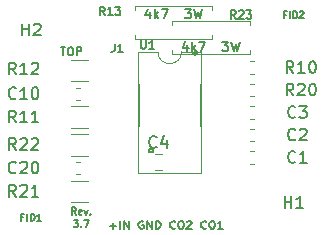
<source format=gto>
G04 #@! TF.GenerationSoftware,KiCad,Pcbnew,(5.1.6-0-10_14)*
G04 #@! TF.CreationDate,2021-08-16T12:25:55+01:00*
G04 #@! TF.ProjectId,VR-Conditioner-MAX9926+reg,56522d43-6f6e-4646-9974-696f6e65722d,3.7*
G04 #@! TF.SameCoordinates,PX68c4118PY713e7a8*
G04 #@! TF.FileFunction,Legend,Top*
G04 #@! TF.FilePolarity,Positive*
%FSLAX46Y46*%
G04 Gerber Fmt 4.6, Leading zero omitted, Abs format (unit mm)*
G04 Created by KiCad (PCBNEW (5.1.6-0-10_14)) date 2021-08-16 12:25:55*
%MOMM*%
%LPD*%
G01*
G04 APERTURE LIST*
%ADD10C,0.150000*%
%ADD11C,0.120000*%
%ADD12C,0.152400*%
G04 APERTURE END LIST*
D10*
X7933333Y3107143D02*
X8466666Y3107143D01*
X8200000Y2878572D02*
X8200000Y3335715D01*
X8800000Y2878572D02*
X8800000Y3478572D01*
X9133333Y2878572D02*
X9133333Y3478572D01*
X9533333Y2878572D01*
X9533333Y3478572D01*
X10766666Y3450000D02*
X10700000Y3478572D01*
X10600000Y3478572D01*
X10500000Y3450000D01*
X10433333Y3392858D01*
X10400000Y3335715D01*
X10366666Y3221429D01*
X10366666Y3135715D01*
X10400000Y3021429D01*
X10433333Y2964286D01*
X10500000Y2907143D01*
X10600000Y2878572D01*
X10666666Y2878572D01*
X10766666Y2907143D01*
X10800000Y2935715D01*
X10800000Y3135715D01*
X10666666Y3135715D01*
X11100000Y2878572D02*
X11100000Y3478572D01*
X11500000Y2878572D01*
X11500000Y3478572D01*
X11833333Y2878572D02*
X11833333Y3478572D01*
X12000000Y3478572D01*
X12100000Y3450000D01*
X12166666Y3392858D01*
X12200000Y3335715D01*
X12233333Y3221429D01*
X12233333Y3135715D01*
X12200000Y3021429D01*
X12166666Y2964286D01*
X12100000Y2907143D01*
X12000000Y2878572D01*
X11833333Y2878572D01*
X13466666Y2935715D02*
X13433333Y2907143D01*
X13333333Y2878572D01*
X13266666Y2878572D01*
X13166666Y2907143D01*
X13100000Y2964286D01*
X13066666Y3021429D01*
X13033333Y3135715D01*
X13033333Y3221429D01*
X13066666Y3335715D01*
X13100000Y3392858D01*
X13166666Y3450000D01*
X13266666Y3478572D01*
X13333333Y3478572D01*
X13433333Y3450000D01*
X13466666Y3421429D01*
X13900000Y3478572D02*
X14033333Y3478572D01*
X14100000Y3450000D01*
X14166666Y3392858D01*
X14200000Y3278572D01*
X14200000Y3078572D01*
X14166666Y2964286D01*
X14100000Y2907143D01*
X14033333Y2878572D01*
X13900000Y2878572D01*
X13833333Y2907143D01*
X13766666Y2964286D01*
X13733333Y3078572D01*
X13733333Y3278572D01*
X13766666Y3392858D01*
X13833333Y3450000D01*
X13900000Y3478572D01*
X14466666Y3421429D02*
X14500000Y3450000D01*
X14566666Y3478572D01*
X14733333Y3478572D01*
X14800000Y3450000D01*
X14833333Y3421429D01*
X14866666Y3364286D01*
X14866666Y3307143D01*
X14833333Y3221429D01*
X14433333Y2878572D01*
X14866666Y2878572D01*
X16100000Y2935715D02*
X16066666Y2907143D01*
X15966666Y2878572D01*
X15900000Y2878572D01*
X15800000Y2907143D01*
X15733333Y2964286D01*
X15700000Y3021429D01*
X15666666Y3135715D01*
X15666666Y3221429D01*
X15700000Y3335715D01*
X15733333Y3392858D01*
X15800000Y3450000D01*
X15900000Y3478572D01*
X15966666Y3478572D01*
X16066666Y3450000D01*
X16100000Y3421429D01*
X16533333Y3478572D02*
X16666666Y3478572D01*
X16733333Y3450000D01*
X16800000Y3392858D01*
X16833333Y3278572D01*
X16833333Y3078572D01*
X16800000Y2964286D01*
X16733333Y2907143D01*
X16666666Y2878572D01*
X16533333Y2878572D01*
X16466666Y2907143D01*
X16400000Y2964286D01*
X16366666Y3078572D01*
X16366666Y3278572D01*
X16400000Y3392858D01*
X16466666Y3450000D01*
X16533333Y3478572D01*
X17500000Y2878572D02*
X17100000Y2878572D01*
X17300000Y2878572D02*
X17300000Y3478572D01*
X17233333Y3392858D01*
X17166666Y3335715D01*
X17100000Y3307143D01*
X3768333Y18233334D02*
X4168333Y18233334D01*
X3968333Y17533334D02*
X3968333Y18233334D01*
X4535000Y18233334D02*
X4668333Y18233334D01*
X4735000Y18200000D01*
X4801666Y18133334D01*
X4835000Y18000000D01*
X4835000Y17766667D01*
X4801666Y17633334D01*
X4735000Y17566667D01*
X4668333Y17533334D01*
X4535000Y17533334D01*
X4468333Y17566667D01*
X4401666Y17633334D01*
X4368333Y17766667D01*
X4368333Y18000000D01*
X4401666Y18133334D01*
X4468333Y18200000D01*
X4535000Y18233334D01*
X5135000Y17533334D02*
X5135000Y18233334D01*
X5401666Y18233334D01*
X5468333Y18200000D01*
X5501666Y18166667D01*
X5535000Y18100000D01*
X5535000Y18000000D01*
X5501666Y17933334D01*
X5468333Y17900000D01*
X5401666Y17866667D01*
X5135000Y17866667D01*
X5072142Y4063572D02*
X4872142Y4349286D01*
X4729285Y4063572D02*
X4729285Y4663572D01*
X4957857Y4663572D01*
X5015000Y4635000D01*
X5043571Y4606429D01*
X5072142Y4549286D01*
X5072142Y4463572D01*
X5043571Y4406429D01*
X5015000Y4377858D01*
X4957857Y4349286D01*
X4729285Y4349286D01*
X5557857Y4092143D02*
X5500714Y4063572D01*
X5386428Y4063572D01*
X5329285Y4092143D01*
X5300714Y4149286D01*
X5300714Y4377858D01*
X5329285Y4435000D01*
X5386428Y4463572D01*
X5500714Y4463572D01*
X5557857Y4435000D01*
X5586428Y4377858D01*
X5586428Y4320715D01*
X5300714Y4263572D01*
X5786428Y4463572D02*
X5929285Y4063572D01*
X6072142Y4463572D01*
X6300714Y4120715D02*
X6329285Y4092143D01*
X6300714Y4063572D01*
X6272142Y4092143D01*
X6300714Y4120715D01*
X6300714Y4063572D01*
X4886428Y3613572D02*
X5257857Y3613572D01*
X5057857Y3385000D01*
X5143571Y3385000D01*
X5200714Y3356429D01*
X5229285Y3327858D01*
X5257857Y3270715D01*
X5257857Y3127858D01*
X5229285Y3070715D01*
X5200714Y3042143D01*
X5143571Y3013572D01*
X4972142Y3013572D01*
X4915000Y3042143D01*
X4886428Y3070715D01*
X5515000Y3070715D02*
X5543571Y3042143D01*
X5515000Y3013572D01*
X5486428Y3042143D01*
X5515000Y3070715D01*
X5515000Y3013572D01*
X5743571Y3613572D02*
X6143571Y3613572D01*
X5886428Y3013572D01*
X14510000Y18421429D02*
X14510000Y17888096D01*
X14319523Y18726191D02*
X14129047Y18154762D01*
X14624285Y18154762D01*
X14929047Y17888096D02*
X14929047Y18688096D01*
X15005238Y18192858D02*
X15233809Y17888096D01*
X15233809Y18421429D02*
X14929047Y18116667D01*
X15500476Y18688096D02*
X16033809Y18688096D01*
X15690952Y17888096D01*
X17481428Y18688096D02*
X17976666Y18688096D01*
X17710000Y18383334D01*
X17824285Y18383334D01*
X17900476Y18345239D01*
X17938571Y18307143D01*
X17976666Y18230953D01*
X17976666Y18040477D01*
X17938571Y17964286D01*
X17900476Y17926191D01*
X17824285Y17888096D01*
X17595714Y17888096D01*
X17519523Y17926191D01*
X17481428Y17964286D01*
X18243333Y18688096D02*
X18433809Y17888096D01*
X18586190Y18459524D01*
X18738571Y17888096D01*
X18929047Y18688096D01*
X11335000Y21201429D02*
X11335000Y20668096D01*
X11144523Y21506191D02*
X10954047Y20934762D01*
X11449285Y20934762D01*
X11754047Y20668096D02*
X11754047Y21468096D01*
X11830238Y20972858D02*
X12058809Y20668096D01*
X12058809Y21201429D02*
X11754047Y20896667D01*
X12325476Y21468096D02*
X12858809Y21468096D01*
X12515952Y20668096D01*
X14306428Y21468096D02*
X14801666Y21468096D01*
X14535000Y21163334D01*
X14649285Y21163334D01*
X14725476Y21125239D01*
X14763571Y21087143D01*
X14801666Y21010953D01*
X14801666Y20820477D01*
X14763571Y20744286D01*
X14725476Y20706191D01*
X14649285Y20668096D01*
X14420714Y20668096D01*
X14344523Y20706191D01*
X14306428Y20744286D01*
X15068333Y21468096D02*
X15258809Y20668096D01*
X15411190Y21239524D01*
X15563571Y20668096D01*
X15754047Y21468096D01*
D11*
G04 #@! TO.C,C20*
X5433279Y8511000D02*
X5107721Y8511000D01*
X5433279Y7491000D02*
X5107721Y7491000D01*
G04 #@! TO.C,C10*
X5107721Y13777500D02*
X5433279Y13777500D01*
X5107721Y14797500D02*
X5433279Y14797500D01*
G04 #@! TO.C,C4*
X11806422Y7799000D02*
X12323578Y7799000D01*
X11806422Y9219000D02*
X12323578Y9219000D01*
G04 #@! TO.C,C3*
X20165279Y13210000D02*
X19839721Y13210000D01*
X20165279Y12190000D02*
X19839721Y12190000D01*
G04 #@! TO.C,C2*
X20165279Y11305000D02*
X19839721Y11305000D01*
X20165279Y10285000D02*
X19839721Y10285000D01*
G04 #@! TO.C,C1*
X20165279Y9400000D02*
X19839721Y9400000D01*
X20165279Y8380000D02*
X19839721Y8380000D01*
G04 #@! TO.C,R23*
X13240000Y20090000D02*
X13240000Y20420000D01*
X13240000Y20420000D02*
X19780000Y20420000D01*
X19780000Y20420000D02*
X19780000Y20090000D01*
X13240000Y18010000D02*
X13240000Y17680000D01*
X13240000Y17680000D02*
X19780000Y17680000D01*
X19780000Y17680000D02*
X19780000Y18010000D01*
G04 #@! TO.C,R13*
X10065000Y21360000D02*
X10065000Y21690000D01*
X10065000Y21690000D02*
X16605000Y21690000D01*
X16605000Y21690000D02*
X16605000Y21360000D01*
X10065000Y19280000D02*
X10065000Y18950000D01*
X10065000Y18950000D02*
X16605000Y18950000D01*
X16605000Y18950000D02*
X16605000Y19280000D01*
D12*
G04 #@! TO.C,U1*
X10401300Y15076055D02*
X10401300Y11593945D01*
X15633700Y11593945D02*
X15633700Y15076055D01*
X11620500Y9378201D02*
X11239500Y9378201D01*
X11239500Y9378201D02*
X11239500Y9632201D01*
X11239500Y9632201D02*
X11620500Y9632201D01*
X11620500Y9632201D02*
X11620500Y9378201D01*
D11*
G04 #@! TO.C,R20*
X20173767Y14095000D02*
X19831233Y14095000D01*
X20173767Y15115000D02*
X19831233Y15115000D01*
G04 #@! TO.C,R10*
X20173767Y16000000D02*
X19831233Y16000000D01*
X20173767Y17020000D02*
X19831233Y17020000D01*
G04 #@! TO.C,J1*
X12017500Y17840000D02*
X10367500Y17840000D01*
X10367500Y17840000D02*
X10367500Y7560000D01*
X10367500Y7560000D02*
X15667500Y7560000D01*
X15667500Y7560000D02*
X15667500Y17840000D01*
X15667500Y17840000D02*
X14017500Y17840000D01*
X14017500Y17840000D02*
G75*
G02*
X12017500Y17840000I-1000000J0D01*
G01*
G04 #@! TO.C,R11*
X4670436Y13229000D02*
X6124564Y13229000D01*
X4670436Y11409000D02*
X6124564Y11409000D01*
G04 #@! TO.C,R21*
X4670436Y5122500D02*
X6124564Y5122500D01*
X4670436Y6942500D02*
X6124564Y6942500D01*
G04 #@! TO.C,R22*
X4670436Y10879500D02*
X6124564Y10879500D01*
X4670436Y9059500D02*
X6124564Y9059500D01*
G04 #@! TO.C,R12*
X4670436Y15346000D02*
X6124564Y15346000D01*
X4670436Y17166000D02*
X6124564Y17166000D01*
G04 #@! TO.C,C20*
D10*
X-7858Y7643858D02*
X-55477Y7596239D01*
X-198334Y7548620D01*
X-293572Y7548620D01*
X-436429Y7596239D01*
X-531667Y7691477D01*
X-579286Y7786715D01*
X-626905Y7977191D01*
X-626905Y8120048D01*
X-579286Y8310524D01*
X-531667Y8405762D01*
X-436429Y8501000D01*
X-293572Y8548620D01*
X-198334Y8548620D01*
X-55477Y8501000D01*
X-7858Y8453381D01*
X373095Y8453381D02*
X420714Y8501000D01*
X515952Y8548620D01*
X754047Y8548620D01*
X849285Y8501000D01*
X896904Y8453381D01*
X944523Y8358143D01*
X944523Y8262905D01*
X896904Y8120048D01*
X325476Y7548620D01*
X944523Y7548620D01*
X1563571Y8548620D02*
X1658809Y8548620D01*
X1754047Y8501000D01*
X1801666Y8453381D01*
X1849285Y8358143D01*
X1896904Y8167667D01*
X1896904Y7929572D01*
X1849285Y7739096D01*
X1801666Y7643858D01*
X1754047Y7596239D01*
X1658809Y7548620D01*
X1563571Y7548620D01*
X1468333Y7596239D01*
X1420714Y7643858D01*
X1373095Y7739096D01*
X1325476Y7929572D01*
X1325476Y8167667D01*
X1373095Y8358143D01*
X1420714Y8453381D01*
X1468333Y8501000D01*
X1563571Y8548620D01*
G04 #@! TO.C,C10*
X-7858Y13930358D02*
X-55477Y13882739D01*
X-198334Y13835120D01*
X-293572Y13835120D01*
X-436429Y13882739D01*
X-531667Y13977977D01*
X-579286Y14073215D01*
X-626905Y14263691D01*
X-626905Y14406548D01*
X-579286Y14597024D01*
X-531667Y14692262D01*
X-436429Y14787500D01*
X-293572Y14835120D01*
X-198334Y14835120D01*
X-55477Y14787500D01*
X-7858Y14739881D01*
X944523Y13835120D02*
X373095Y13835120D01*
X658809Y13835120D02*
X658809Y14835120D01*
X563571Y14692262D01*
X468333Y14597024D01*
X373095Y14549405D01*
X1563571Y14835120D02*
X1658809Y14835120D01*
X1754047Y14787500D01*
X1801666Y14739881D01*
X1849285Y14644643D01*
X1896904Y14454167D01*
X1896904Y14216072D01*
X1849285Y14025596D01*
X1801666Y13930358D01*
X1754047Y13882739D01*
X1658809Y13835120D01*
X1563571Y13835120D01*
X1468333Y13882739D01*
X1420714Y13930358D01*
X1373095Y14025596D01*
X1325476Y14216072D01*
X1325476Y14454167D01*
X1373095Y14644643D01*
X1420714Y14739881D01*
X1468333Y14787500D01*
X1563571Y14835120D01*
G04 #@! TO.C,C4*
X11898333Y9801858D02*
X11850714Y9754239D01*
X11707857Y9706620D01*
X11612619Y9706620D01*
X11469761Y9754239D01*
X11374523Y9849477D01*
X11326904Y9944715D01*
X11279285Y10135191D01*
X11279285Y10278048D01*
X11326904Y10468524D01*
X11374523Y10563762D01*
X11469761Y10659000D01*
X11612619Y10706620D01*
X11707857Y10706620D01*
X11850714Y10659000D01*
X11898333Y10611381D01*
X12755476Y10373286D02*
X12755476Y9706620D01*
X12517380Y10754239D02*
X12279285Y10039953D01*
X12898333Y10039953D01*
G04 #@! TO.C,C3*
X23645833Y12342858D02*
X23598214Y12295239D01*
X23455357Y12247620D01*
X23360119Y12247620D01*
X23217261Y12295239D01*
X23122023Y12390477D01*
X23074404Y12485715D01*
X23026785Y12676191D01*
X23026785Y12819048D01*
X23074404Y13009524D01*
X23122023Y13104762D01*
X23217261Y13200000D01*
X23360119Y13247620D01*
X23455357Y13247620D01*
X23598214Y13200000D01*
X23645833Y13152381D01*
X23979166Y13247620D02*
X24598214Y13247620D01*
X24264880Y12866667D01*
X24407738Y12866667D01*
X24502976Y12819048D01*
X24550595Y12771429D01*
X24598214Y12676191D01*
X24598214Y12438096D01*
X24550595Y12342858D01*
X24502976Y12295239D01*
X24407738Y12247620D01*
X24122023Y12247620D01*
X24026785Y12295239D01*
X23979166Y12342858D01*
G04 #@! TO.C,C2*
X23645833Y10437858D02*
X23598214Y10390239D01*
X23455357Y10342620D01*
X23360119Y10342620D01*
X23217261Y10390239D01*
X23122023Y10485477D01*
X23074404Y10580715D01*
X23026785Y10771191D01*
X23026785Y10914048D01*
X23074404Y11104524D01*
X23122023Y11199762D01*
X23217261Y11295000D01*
X23360119Y11342620D01*
X23455357Y11342620D01*
X23598214Y11295000D01*
X23645833Y11247381D01*
X24026785Y11247381D02*
X24074404Y11295000D01*
X24169642Y11342620D01*
X24407738Y11342620D01*
X24502976Y11295000D01*
X24550595Y11247381D01*
X24598214Y11152143D01*
X24598214Y11056905D01*
X24550595Y10914048D01*
X23979166Y10342620D01*
X24598214Y10342620D01*
G04 #@! TO.C,C1*
X23645833Y8532858D02*
X23598214Y8485239D01*
X23455357Y8437620D01*
X23360119Y8437620D01*
X23217261Y8485239D01*
X23122023Y8580477D01*
X23074404Y8675715D01*
X23026785Y8866191D01*
X23026785Y9009048D01*
X23074404Y9199524D01*
X23122023Y9294762D01*
X23217261Y9390000D01*
X23360119Y9437620D01*
X23455357Y9437620D01*
X23598214Y9390000D01*
X23645833Y9342381D01*
X24598214Y8437620D02*
X24026785Y8437620D01*
X24312500Y8437620D02*
X24312500Y9437620D01*
X24217261Y9294762D01*
X24122023Y9199524D01*
X24026785Y9151905D01*
G04 #@! TO.C,H2*
X508095Y19232620D02*
X508095Y20232620D01*
X508095Y19756429D02*
X1079523Y19756429D01*
X1079523Y19232620D02*
X1079523Y20232620D01*
X1508095Y20137381D02*
X1555714Y20185000D01*
X1650952Y20232620D01*
X1889047Y20232620D01*
X1984285Y20185000D01*
X2031904Y20137381D01*
X2079523Y20042143D01*
X2079523Y19946905D01*
X2031904Y19804048D01*
X1460476Y19232620D01*
X2079523Y19232620D01*
G04 #@! TO.C,H1*
X22733095Y4627620D02*
X22733095Y5627620D01*
X22733095Y5151429D02*
X23304523Y5151429D01*
X23304523Y4627620D02*
X23304523Y5627620D01*
X24304523Y4627620D02*
X23733095Y4627620D01*
X24018809Y4627620D02*
X24018809Y5627620D01*
X23923571Y5484762D01*
X23828333Y5389524D01*
X23733095Y5341905D01*
G04 #@! TO.C,R23*
X18600000Y20638334D02*
X18366666Y20971667D01*
X18200000Y20638334D02*
X18200000Y21338334D01*
X18466666Y21338334D01*
X18533333Y21305000D01*
X18566666Y21271667D01*
X18600000Y21205000D01*
X18600000Y21105000D01*
X18566666Y21038334D01*
X18533333Y21005000D01*
X18466666Y20971667D01*
X18200000Y20971667D01*
X18866666Y21271667D02*
X18900000Y21305000D01*
X18966666Y21338334D01*
X19133333Y21338334D01*
X19200000Y21305000D01*
X19233333Y21271667D01*
X19266666Y21205000D01*
X19266666Y21138334D01*
X19233333Y21038334D01*
X18833333Y20638334D01*
X19266666Y20638334D01*
X19500000Y21338334D02*
X19933333Y21338334D01*
X19700000Y21071667D01*
X19800000Y21071667D01*
X19866666Y21038334D01*
X19900000Y21005000D01*
X19933333Y20938334D01*
X19933333Y20771667D01*
X19900000Y20705000D01*
X19866666Y20671667D01*
X19800000Y20638334D01*
X19600000Y20638334D01*
X19533333Y20671667D01*
X19500000Y20705000D01*
G04 #@! TO.C,R13*
X7507282Y20953803D02*
X7273948Y21287136D01*
X7107282Y20953803D02*
X7107282Y21653803D01*
X7373948Y21653803D01*
X7440615Y21620469D01*
X7473948Y21587136D01*
X7507282Y21520469D01*
X7507282Y21420469D01*
X7473948Y21353803D01*
X7440615Y21320469D01*
X7373948Y21287136D01*
X7107282Y21287136D01*
X8173948Y20953803D02*
X7773948Y20953803D01*
X7973948Y20953803D02*
X7973948Y21653803D01*
X7907282Y21553803D01*
X7840615Y21487136D01*
X7773948Y21453803D01*
X8407282Y21653803D02*
X8840615Y21653803D01*
X8607282Y21387136D01*
X8707282Y21387136D01*
X8773948Y21353803D01*
X8807282Y21320469D01*
X8840615Y21253803D01*
X8840615Y21087136D01*
X8807282Y21020469D01*
X8773948Y20987136D01*
X8707282Y20953803D01*
X8507282Y20953803D01*
X8440615Y20987136D01*
X8407282Y21020469D01*
G04 #@! TO.C,U1*
X10579166Y18798334D02*
X10579166Y18231667D01*
X10612500Y18165000D01*
X10645833Y18131667D01*
X10712500Y18098334D01*
X10845833Y18098334D01*
X10912500Y18131667D01*
X10945833Y18165000D01*
X10979166Y18231667D01*
X10979166Y18798334D01*
X11679166Y18098334D02*
X11279166Y18098334D01*
X11479166Y18098334D02*
X11479166Y18798334D01*
X11412500Y18698334D01*
X11345833Y18631667D01*
X11279166Y18598334D01*
X15009880Y17780000D02*
X15247976Y17780000D01*
X15152738Y17541905D02*
X15247976Y17780000D01*
X15152738Y18018096D01*
X15438452Y17637143D02*
X15247976Y17780000D01*
X15438452Y17922858D01*
X15009880Y17780000D02*
X15247976Y17780000D01*
X15152738Y17541905D02*
X15247976Y17780000D01*
X15152738Y18018096D01*
X15438452Y17637143D02*
X15247976Y17780000D01*
X15438452Y17922858D01*
G04 #@! TO.C,R20*
X23487142Y14152620D02*
X23153809Y14628810D01*
X22915714Y14152620D02*
X22915714Y15152620D01*
X23296666Y15152620D01*
X23391904Y15105000D01*
X23439523Y15057381D01*
X23487142Y14962143D01*
X23487142Y14819286D01*
X23439523Y14724048D01*
X23391904Y14676429D01*
X23296666Y14628810D01*
X22915714Y14628810D01*
X23868095Y15057381D02*
X23915714Y15105000D01*
X24010952Y15152620D01*
X24249047Y15152620D01*
X24344285Y15105000D01*
X24391904Y15057381D01*
X24439523Y14962143D01*
X24439523Y14866905D01*
X24391904Y14724048D01*
X23820476Y14152620D01*
X24439523Y14152620D01*
X25058571Y15152620D02*
X25153809Y15152620D01*
X25249047Y15105000D01*
X25296666Y15057381D01*
X25344285Y14962143D01*
X25391904Y14771667D01*
X25391904Y14533572D01*
X25344285Y14343096D01*
X25296666Y14247858D01*
X25249047Y14200239D01*
X25153809Y14152620D01*
X25058571Y14152620D01*
X24963333Y14200239D01*
X24915714Y14247858D01*
X24868095Y14343096D01*
X24820476Y14533572D01*
X24820476Y14771667D01*
X24868095Y14962143D01*
X24915714Y15057381D01*
X24963333Y15105000D01*
X25058571Y15152620D01*
G04 #@! TO.C,R10*
X23487142Y16057620D02*
X23153809Y16533810D01*
X22915714Y16057620D02*
X22915714Y17057620D01*
X23296666Y17057620D01*
X23391904Y17010000D01*
X23439523Y16962381D01*
X23487142Y16867143D01*
X23487142Y16724286D01*
X23439523Y16629048D01*
X23391904Y16581429D01*
X23296666Y16533810D01*
X22915714Y16533810D01*
X24439523Y16057620D02*
X23868095Y16057620D01*
X24153809Y16057620D02*
X24153809Y17057620D01*
X24058571Y16914762D01*
X23963333Y16819524D01*
X23868095Y16771905D01*
X25058571Y17057620D02*
X25153809Y17057620D01*
X25249047Y17010000D01*
X25296666Y16962381D01*
X25344285Y16867143D01*
X25391904Y16676667D01*
X25391904Y16438572D01*
X25344285Y16248096D01*
X25296666Y16152858D01*
X25249047Y16105239D01*
X25153809Y16057620D01*
X25058571Y16057620D01*
X24963333Y16105239D01*
X24915714Y16152858D01*
X24868095Y16248096D01*
X24820476Y16438572D01*
X24820476Y16676667D01*
X24868095Y16867143D01*
X24915714Y16962381D01*
X24963333Y17010000D01*
X25058571Y17057620D01*
G04 #@! TO.C,J1*
X8339166Y18533334D02*
X8339166Y18033334D01*
X8305833Y17933334D01*
X8239166Y17866667D01*
X8139166Y17833334D01*
X8072500Y17833334D01*
X9039166Y17833334D02*
X8639166Y17833334D01*
X8839166Y17833334D02*
X8839166Y18533334D01*
X8772500Y18433334D01*
X8705833Y18366667D01*
X8639166Y18333334D01*
G04 #@! TO.C,FID2*
X22852142Y20997858D02*
X22652142Y20997858D01*
X22652142Y20683572D02*
X22652142Y21283572D01*
X22937857Y21283572D01*
X23166428Y20683572D02*
X23166428Y21283572D01*
X23452142Y20683572D02*
X23452142Y21283572D01*
X23595000Y21283572D01*
X23680714Y21255000D01*
X23737857Y21197858D01*
X23766428Y21140715D01*
X23795000Y21026429D01*
X23795000Y20940715D01*
X23766428Y20826429D01*
X23737857Y20769286D01*
X23680714Y20712143D01*
X23595000Y20683572D01*
X23452142Y20683572D01*
X24023571Y21226429D02*
X24052142Y21255000D01*
X24109285Y21283572D01*
X24252142Y21283572D01*
X24309285Y21255000D01*
X24337857Y21226429D01*
X24366428Y21169286D01*
X24366428Y21112143D01*
X24337857Y21026429D01*
X23995000Y20683572D01*
X24366428Y20683572D01*
G04 #@! TO.C,FID1*
X627142Y3852858D02*
X427142Y3852858D01*
X427142Y3538572D02*
X427142Y4138572D01*
X712857Y4138572D01*
X941428Y3538572D02*
X941428Y4138572D01*
X1227142Y3538572D02*
X1227142Y4138572D01*
X1370000Y4138572D01*
X1455714Y4110000D01*
X1512857Y4052858D01*
X1541428Y3995715D01*
X1570000Y3881429D01*
X1570000Y3795715D01*
X1541428Y3681429D01*
X1512857Y3624286D01*
X1455714Y3567143D01*
X1370000Y3538572D01*
X1227142Y3538572D01*
X2141428Y3538572D02*
X1798571Y3538572D01*
X1970000Y3538572D02*
X1970000Y4138572D01*
X1912857Y4052858D01*
X1855714Y3995715D01*
X1798571Y3967143D01*
G04 #@! TO.C,R11*
X-7858Y11866620D02*
X-341191Y12342810D01*
X-579286Y11866620D02*
X-579286Y12866620D01*
X-198334Y12866620D01*
X-103096Y12819000D01*
X-55477Y12771381D01*
X-7858Y12676143D01*
X-7858Y12533286D01*
X-55477Y12438048D01*
X-103096Y12390429D01*
X-198334Y12342810D01*
X-579286Y12342810D01*
X944523Y11866620D02*
X373095Y11866620D01*
X658809Y11866620D02*
X658809Y12866620D01*
X563571Y12723762D01*
X468333Y12628524D01*
X373095Y12580905D01*
X1896904Y11866620D02*
X1325476Y11866620D01*
X1611190Y11866620D02*
X1611190Y12866620D01*
X1515952Y12723762D01*
X1420714Y12628524D01*
X1325476Y12580905D01*
G04 #@! TO.C,R21*
X-7858Y5580120D02*
X-341191Y6056310D01*
X-579286Y5580120D02*
X-579286Y6580120D01*
X-198334Y6580120D01*
X-103096Y6532500D01*
X-55477Y6484881D01*
X-7858Y6389643D01*
X-7858Y6246786D01*
X-55477Y6151548D01*
X-103096Y6103929D01*
X-198334Y6056310D01*
X-579286Y6056310D01*
X373095Y6484881D02*
X420714Y6532500D01*
X515952Y6580120D01*
X754047Y6580120D01*
X849285Y6532500D01*
X896904Y6484881D01*
X944523Y6389643D01*
X944523Y6294405D01*
X896904Y6151548D01*
X325476Y5580120D01*
X944523Y5580120D01*
X1896904Y5580120D02*
X1325476Y5580120D01*
X1611190Y5580120D02*
X1611190Y6580120D01*
X1515952Y6437262D01*
X1420714Y6342024D01*
X1325476Y6294405D01*
G04 #@! TO.C,R22*
X-7858Y9517120D02*
X-341191Y9993310D01*
X-579286Y9517120D02*
X-579286Y10517120D01*
X-198334Y10517120D01*
X-103096Y10469500D01*
X-55477Y10421881D01*
X-7858Y10326643D01*
X-7858Y10183786D01*
X-55477Y10088548D01*
X-103096Y10040929D01*
X-198334Y9993310D01*
X-579286Y9993310D01*
X373095Y10421881D02*
X420714Y10469500D01*
X515952Y10517120D01*
X754047Y10517120D01*
X849285Y10469500D01*
X896904Y10421881D01*
X944523Y10326643D01*
X944523Y10231405D01*
X896904Y10088548D01*
X325476Y9517120D01*
X944523Y9517120D01*
X1325476Y10421881D02*
X1373095Y10469500D01*
X1468333Y10517120D01*
X1706428Y10517120D01*
X1801666Y10469500D01*
X1849285Y10421881D01*
X1896904Y10326643D01*
X1896904Y10231405D01*
X1849285Y10088548D01*
X1277857Y9517120D01*
X1896904Y9517120D01*
G04 #@! TO.C,R12*
X-7858Y15930620D02*
X-341191Y16406810D01*
X-579286Y15930620D02*
X-579286Y16930620D01*
X-198334Y16930620D01*
X-103096Y16883000D01*
X-55477Y16835381D01*
X-7858Y16740143D01*
X-7858Y16597286D01*
X-55477Y16502048D01*
X-103096Y16454429D01*
X-198334Y16406810D01*
X-579286Y16406810D01*
X944523Y15930620D02*
X373095Y15930620D01*
X658809Y15930620D02*
X658809Y16930620D01*
X563571Y16787762D01*
X468333Y16692524D01*
X373095Y16644905D01*
X1325476Y16835381D02*
X1373095Y16883000D01*
X1468333Y16930620D01*
X1706428Y16930620D01*
X1801666Y16883000D01*
X1849285Y16835381D01*
X1896904Y16740143D01*
X1896904Y16644905D01*
X1849285Y16502048D01*
X1277857Y15930620D01*
X1896904Y15930620D01*
G04 #@! TD*
M02*

</source>
